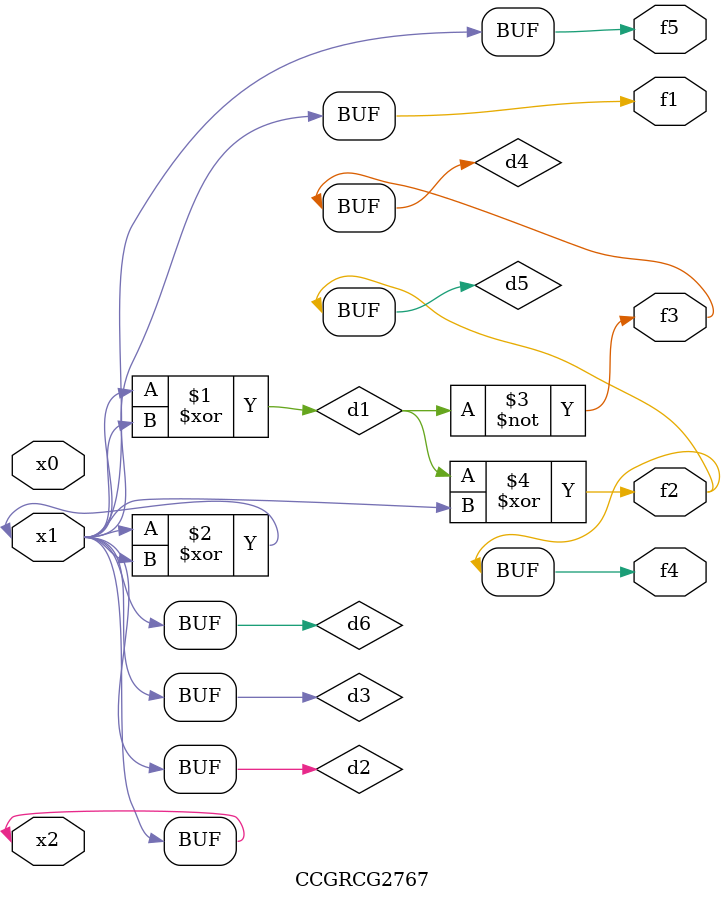
<source format=v>
module CCGRCG2767(
	input x0, x1, x2,
	output f1, f2, f3, f4, f5
);

	wire d1, d2, d3, d4, d5, d6;

	xor (d1, x1, x2);
	buf (d2, x1, x2);
	xor (d3, x1, x2);
	nor (d4, d1);
	xor (d5, d1, d2);
	buf (d6, d2, d3);
	assign f1 = d6;
	assign f2 = d5;
	assign f3 = d4;
	assign f4 = d5;
	assign f5 = d6;
endmodule

</source>
